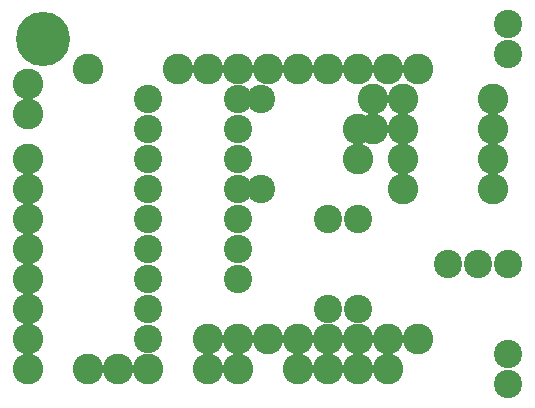
<source format=gbr>
%FSLAX34Y34*%
%MOMM*%
%LNSOLDERMASK_BOTTOM*%
G71*
G01*
%ADD10C, 4.60*%
%ADD11C, 2.60*%
%ADD12C, 2.60*%
%ADD13C, 2.40*%
%ADD14C, 2.40*%
%LPD*%
X279400Y825500D02*
G54D10*
D03*
X520700Y800100D02*
G54D11*
D03*
X546100Y800100D02*
G54D11*
D03*
X419100Y571500D02*
G54D11*
D03*
X469900Y571500D02*
G54D11*
D03*
X495300Y571500D02*
G54D11*
D03*
X520700Y571500D02*
G54D11*
D03*
X546100Y571500D02*
G54D11*
D03*
X266700Y673100D02*
G54D11*
D03*
X266700Y698500D02*
G54D11*
D03*
X266700Y723900D02*
G54D11*
D03*
X266700Y762000D02*
G54D11*
D03*
X266700Y647700D02*
G54D11*
D03*
X266700Y622300D02*
G54D11*
D03*
X266700Y596900D02*
G54D11*
D03*
X266700Y787400D02*
G54D11*
D03*
X368300Y546100D02*
G54D11*
D03*
X342900Y546100D02*
G54D11*
D03*
X317500Y546100D02*
G54D11*
D03*
X660400Y749300D02*
G54D12*
D03*
X660400Y774700D02*
G54D12*
D03*
X266700Y571500D02*
G54D11*
D03*
X584200Y774700D02*
G54D12*
D03*
X584200Y749300D02*
G54D12*
D03*
X584200Y723900D02*
G54D12*
D03*
X660400Y723900D02*
G54D12*
D03*
X266700Y546100D02*
G54D11*
D03*
X584200Y698500D02*
G54D12*
D03*
X571500Y800100D02*
G54D11*
D03*
X596900Y800100D02*
G54D11*
D03*
X495300Y800100D02*
G54D11*
D03*
X469900Y800100D02*
G54D11*
D03*
X444500Y800100D02*
G54D11*
D03*
X419100Y800100D02*
G54D11*
D03*
X673100Y838200D02*
G54D13*
D03*
X673100Y533400D02*
G54D13*
D03*
X571500Y571500D02*
G54D11*
D03*
X596900Y571500D02*
G54D11*
D03*
X673100Y812800D02*
G54D13*
D03*
X673100Y558800D02*
G54D13*
D03*
X368300Y596900D02*
G54D13*
D03*
X368300Y571500D02*
G54D13*
D03*
X444500Y571500D02*
G54D11*
D03*
X495300Y546100D02*
G54D11*
D03*
X546100Y546100D02*
G54D11*
D03*
X520700Y546100D02*
G54D11*
D03*
X419100Y546100D02*
G54D12*
D03*
X660400Y698500D02*
G54D12*
D03*
X558800Y774700D02*
G54D12*
D03*
X558800Y749300D02*
G54D12*
D03*
X546100Y723900D02*
G54D12*
D03*
X520700Y596900D02*
G54D14*
D03*
X546100Y596900D02*
G54D14*
D03*
X546100Y673100D02*
G54D14*
D03*
X368300Y774700D02*
G54D14*
D03*
X444500Y774700D02*
G54D14*
D03*
X444500Y749300D02*
G54D14*
D03*
X444500Y723900D02*
G54D14*
D03*
X368300Y749300D02*
G54D14*
D03*
X368300Y723900D02*
G54D14*
D03*
X368300Y698500D02*
G54D14*
D03*
X368300Y673100D02*
G54D14*
D03*
X368300Y647700D02*
G54D14*
D03*
X368300Y622300D02*
G54D14*
D03*
X444500Y698500D02*
G54D14*
D03*
X444500Y673100D02*
G54D14*
D03*
X444500Y647700D02*
G54D14*
D03*
X444500Y622300D02*
G54D14*
D03*
X546100Y749300D02*
G54D12*
D03*
X463550Y698500D02*
G54D14*
D03*
X463550Y774700D02*
G54D14*
D03*
X622300Y635000D02*
G54D14*
D03*
X647700Y635000D02*
G54D14*
D03*
X520700Y673100D02*
G54D14*
D03*
X444500Y546100D02*
G54D12*
D03*
X571500Y546100D02*
G54D11*
D03*
X673100Y635000D02*
G54D14*
D03*
X317500Y800100D02*
G54D12*
D03*
X393700Y800100D02*
G54D12*
D03*
M02*

</source>
